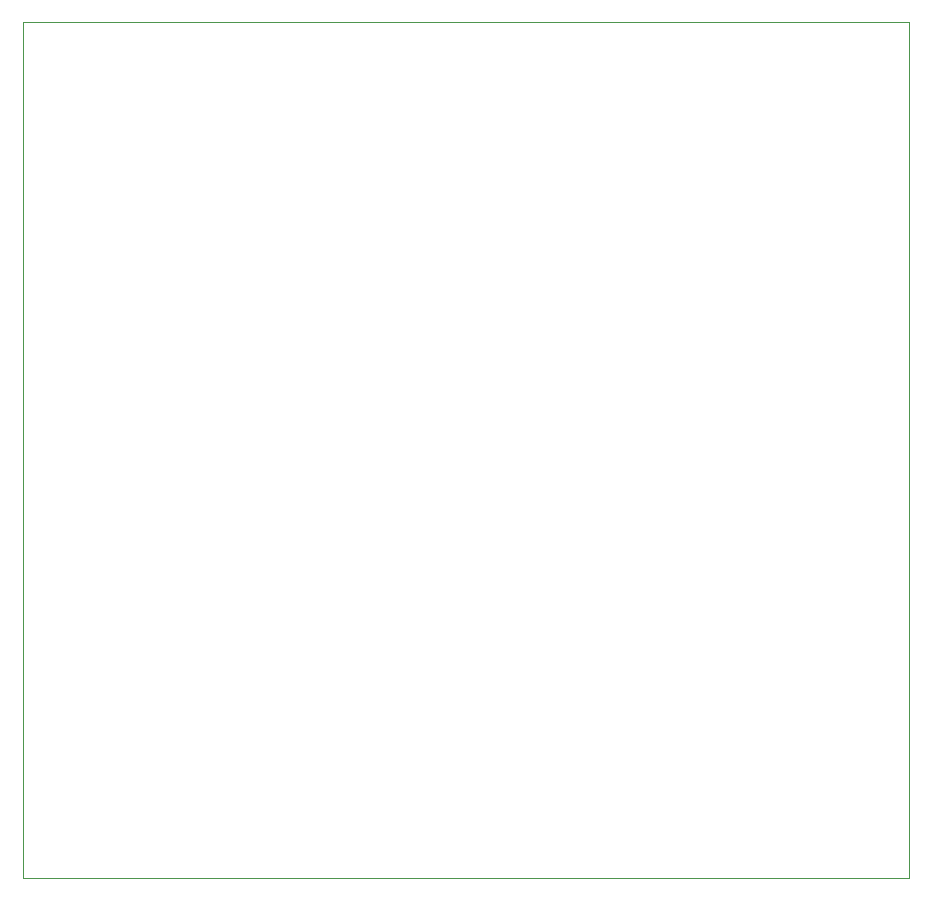
<source format=gbr>
G04 #@! TF.GenerationSoftware,KiCad,Pcbnew,5.1.5+dfsg1-2build2*
G04 #@! TF.CreationDate,2022-06-06T13:39:04+02:00*
G04 #@! TF.ProjectId,Toro_Stepper_Differential,546f726f-5f53-4746-9570-7065725f4469,rev?*
G04 #@! TF.SameCoordinates,Original*
G04 #@! TF.FileFunction,Profile,NP*
%FSLAX46Y46*%
G04 Gerber Fmt 4.6, Leading zero omitted, Abs format (unit mm)*
G04 Created by KiCad (PCBNEW 5.1.5+dfsg1-2build2) date 2022-06-06 13:39:04*
%MOMM*%
%LPD*%
G04 APERTURE LIST*
%ADD10C,0.100000*%
G04 APERTURE END LIST*
D10*
X132500000Y-72500000D02*
X132500000Y-75000000D01*
X57500000Y-72500000D02*
X132500000Y-72500000D01*
X57500000Y-75000000D02*
X57500000Y-72500000D01*
X132500000Y-75000000D02*
X132500000Y-145000000D01*
X57500000Y-75000000D02*
X57500000Y-145000000D01*
X57500000Y-145000000D02*
X132500000Y-145000000D01*
M02*

</source>
